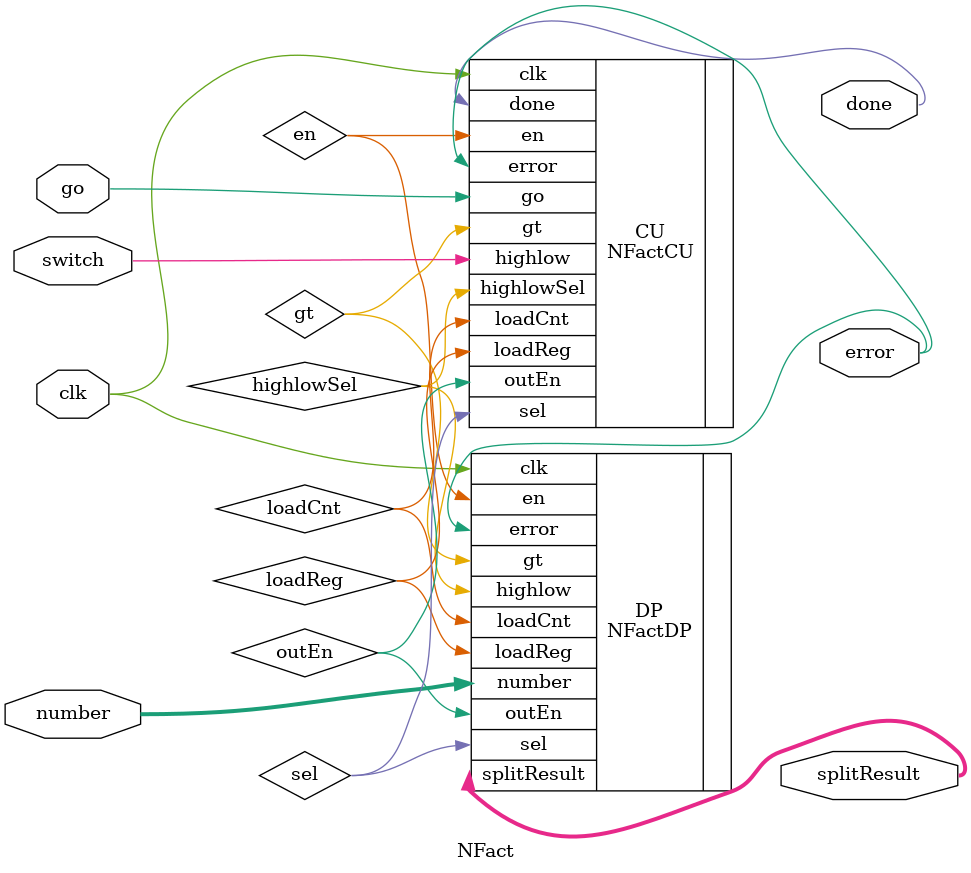
<source format=v>
`timescale 1ns / 1ps


module NFact(
    input [3:0] number,
    input clk, go, switch,
    output [15:0] splitResult,
    output done, error
    );
    
wire loadCnt, loadReg, en, sel, outEn, gt, highlowSel;
NFactDP DP (
        .number     (number),
        .loadCnt    (loadCnt),
        .loadReg    (loadReg),
        .en         (en),
        .clk        (clk),
        .sel        (sel),
        .outEn      (outEn),
        .highlow    (highlowSel),
        .splitResult(splitResult),
        .gt         (gt),
        .error      (error)
    );
    
NFactCU CU (
        .go         (go),
        .clk        (clk),
        .gt         (gt),
        .error      (error),
        .highlow    (switch),
        .outEn      (outEn),
        .loadCnt    (loadCnt),
        .loadReg    (loadReg),
        .en         (en),
        .sel        (sel),
        .highlowSel (highlowSel),
        .done       (done)
    );
endmodule

</source>
